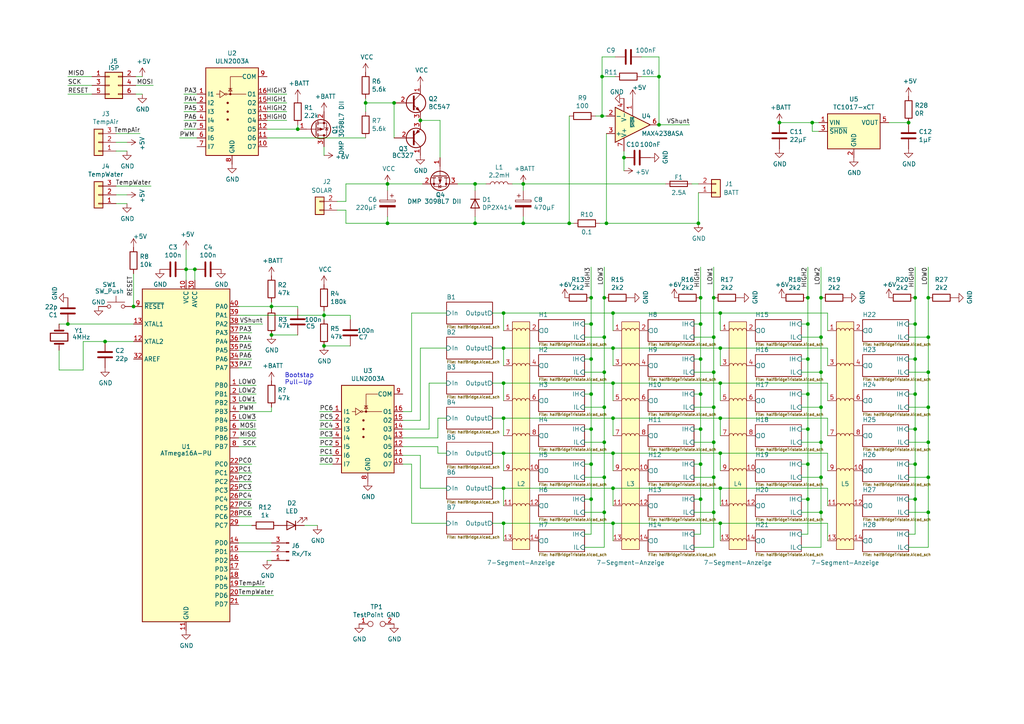
<source format=kicad_sch>
(kicad_sch (version 20211123) (generator eeschema)
  (paper "A4")
  (junction (at 238.125 148.59))
  (junction (at 203.2 93.98))
  (junction (at 265.43 124.46))
  (junction (at 177.8 131.445))
  (junction (at 203.2 114.3))
  (junction (at 238.125 86.36))
  (junction (at 208.915 111.125))
  (junction (at 208.915 131.445))
  (junction (at 171.45 124.46))
  (junction (at 208.915 121.285))
  (junction (at 269.24 148.59))
  (junction (at 203.2 86.36))
  (junction (at 175.26 97.79))
  (junction (at 269.24 118.11))
  (junction (at 114.3 29.845))
  (junction (at 265.43 86.36))
  (junction (at 151.765 64.77))
  (junction (at 93.98 100.33))
  (junction (at 265.43 114.3))
  (junction (at 171.45 144.78))
  (junction (at 175.26 128.27))
  (junction (at 146.05 121.285))
  (junction (at 238.125 118.11))
  (junction (at 202.565 64.77))
  (junction (at 175.26 86.36))
  (junction (at 30.48 99.06))
  (junction (at 146.05 131.445))
  (junction (at 238.125 138.43))
  (junction (at 226.06 35.56))
  (junction (at 238.125 97.79))
  (junction (at 177.8 111.125))
  (junction (at 207.01 138.43))
  (junction (at 177.8 90.805))
  (junction (at 174.625 22.225))
  (junction (at 177.8 151.765))
  (junction (at 234.315 93.98))
  (junction (at 203.2 124.46))
  (junction (at 175.26 148.59))
  (junction (at 203.2 104.14))
  (junction (at 269.24 86.36))
  (junction (at 151.765 53.34))
  (junction (at 207.01 97.79))
  (junction (at 19.685 93.98))
  (junction (at 234.315 114.3))
  (junction (at 269.24 138.43))
  (junction (at 234.315 104.14))
  (junction (at 269.24 107.95))
  (junction (at 56.515 78.105))
  (junction (at 137.795 64.77))
  (junction (at 265.43 104.14))
  (junction (at 177.8 121.285))
  (junction (at 137.795 53.34))
  (junction (at 146.05 90.805))
  (junction (at 78.74 88.9))
  (junction (at 106.045 29.845))
  (junction (at 234.315 144.78))
  (junction (at 180.975 45.72))
  (junction (at 112.395 64.77))
  (junction (at 234.315 124.46))
  (junction (at 175.26 138.43))
  (junction (at 238.125 128.27))
  (junction (at 208.915 141.605))
  (junction (at 121.92 34.925))
  (junction (at 191.135 22.225))
  (junction (at 207.01 107.95))
  (junction (at 207.01 118.11))
  (junction (at 175.895 64.77))
  (junction (at 78.74 97.155))
  (junction (at 263.525 35.56))
  (junction (at 146.05 111.125))
  (junction (at 146.05 151.765))
  (junction (at 171.45 104.14))
  (junction (at 234.315 86.36))
  (junction (at 207.01 86.36))
  (junction (at 208.915 151.765))
  (junction (at 208.915 90.805))
  (junction (at 171.45 86.36))
  (junction (at 177.8 141.605))
  (junction (at 208.915 100.965))
  (junction (at 175.26 118.11))
  (junction (at 207.01 148.59))
  (junction (at 174.625 33.655))
  (junction (at 86.36 37.465))
  (junction (at 171.45 114.3))
  (junction (at 191.135 36.195))
  (junction (at 265.43 93.98))
  (junction (at 203.2 134.62))
  (junction (at 265.43 134.62))
  (junction (at 53.975 78.105))
  (junction (at 171.45 134.62))
  (junction (at 171.45 93.98))
  (junction (at 38.735 88.9))
  (junction (at 234.315 134.62))
  (junction (at 269.24 128.27))
  (junction (at 238.125 107.95))
  (junction (at 207.01 128.27))
  (junction (at 175.26 107.95))
  (junction (at 269.24 97.79))
  (junction (at 235.585 35.56))
  (junction (at 177.8 100.965))
  (junction (at 93.98 91.44))
  (junction (at 112.395 53.34))
  (junction (at 146.05 141.605))
  (junction (at 146.05 100.965))
  (junction (at 265.43 144.78))
  (junction (at 203.2 144.78))
  (junction (at 165.1 64.77))
  (wire (pts (xy 142.875 141.605) (xy 146.05 141.605)))
  (wire (pts (xy 78.74 87.63) (xy 78.74 88.9)))
  (wire (pts (xy 269.24 158.75) (xy 269.24 148.59)))
  (wire (pts (xy 207.01 86.36) (xy 207.01 97.79)))
  (wire (pts (xy 203.2 134.62) (xy 203.2 124.46)))
  (wire (pts (xy 175.26 77.47) (xy 175.26 86.36)))
  (wire (pts (xy 73.025 104.14) (xy 69.215 104.14)))
  (wire (pts (xy 200.66 53.34) (xy 202.565 53.34)))
  (wire (pts (xy 69.215 129.54) (xy 74.295 129.54)))
  (wire (pts (xy 92.71 129.54) (xy 96.52 129.54)))
  (wire (pts (xy 169.545 107.95) (xy 175.26 107.95)))
  (wire (pts (xy 169.545 134.62) (xy 171.45 134.62)))
  (wire (pts (xy 238.125 138.43) (xy 238.125 128.27)))
  (wire (pts (xy 53.975 78.105) (xy 53.975 81.28)))
  (wire (pts (xy 174.625 33.655) (xy 175.895 33.655)))
  (wire (pts (xy 203.2 154.94) (xy 203.2 144.78)))
  (wire (pts (xy 93.98 45.085) (xy 93.98 42.545)))
  (wire (pts (xy 171.45 154.94) (xy 171.45 144.78)))
  (wire (pts (xy 207.01 138.43) (xy 207.01 128.27)))
  (wire (pts (xy 207.01 158.75) (xy 207.01 148.59)))
  (wire (pts (xy 263.525 97.79) (xy 269.24 97.79)))
  (wire (pts (xy 234.315 114.3) (xy 234.315 104.14)))
  (wire (pts (xy 33.655 43.815) (xy 36.83 43.815)))
  (wire (pts (xy 208.915 151.765) (xy 208.915 156.845)))
  (wire (pts (xy 24.13 107.315) (xy 17.145 107.315)))
  (wire (pts (xy 169.545 154.94) (xy 171.45 154.94)))
  (wire (pts (xy 269.24 148.59) (xy 269.24 138.43)))
  (wire (pts (xy 208.915 151.765) (xy 240.03 151.765)))
  (wire (pts (xy 142.875 100.965) (xy 146.05 100.965)))
  (wire (pts (xy 73.025 137.16) (xy 69.215 137.16)))
  (wire (pts (xy 265.43 144.78) (xy 265.43 134.62)))
  (wire (pts (xy 238.125 86.36) (xy 238.125 97.79)))
  (wire (pts (xy 240.03 141.605) (xy 240.03 146.685)))
  (wire (pts (xy 77.47 32.385) (xy 83.185 32.385)))
  (wire (pts (xy 116.84 129.54) (xy 127 129.54)))
  (wire (pts (xy 208.915 111.125) (xy 208.915 116.205)))
  (wire (pts (xy 234.315 77.47) (xy 234.315 86.36)))
  (wire (pts (xy 201.295 154.94) (xy 203.2 154.94)))
  (wire (pts (xy 207.01 148.59) (xy 207.01 138.43)))
  (wire (pts (xy 169.545 128.27) (xy 175.26 128.27)))
  (wire (pts (xy 232.41 138.43) (xy 238.125 138.43)))
  (wire (pts (xy 165.1 64.77) (xy 166.37 64.77)))
  (wire (pts (xy 238.125 148.59) (xy 238.125 138.43)))
  (wire (pts (xy 201.295 97.79) (xy 207.01 97.79)))
  (wire (pts (xy 263.525 107.95) (xy 269.24 107.95)))
  (wire (pts (xy 121.92 132.08) (xy 121.92 141.605)))
  (wire (pts (xy 83.185 29.845) (xy 77.47 29.845)))
  (wire (pts (xy 146.05 131.445) (xy 146.05 136.525)))
  (wire (pts (xy 53.34 32.385) (xy 57.15 32.385)))
  (wire (pts (xy 208.915 111.125) (xy 240.03 111.125)))
  (wire (pts (xy 177.8 141.605) (xy 208.915 141.605)))
  (wire (pts (xy 207.01 118.11) (xy 207.01 107.95)))
  (wire (pts (xy 263.525 114.3) (xy 265.43 114.3)))
  (wire (pts (xy 127 121.285) (xy 129.54 121.285)))
  (wire (pts (xy 265.43 124.46) (xy 265.43 114.3)))
  (wire (pts (xy 169.545 124.46) (xy 171.45 124.46)))
  (wire (pts (xy 121.92 121.92) (xy 121.92 100.965)))
  (wire (pts (xy 263.525 118.11) (xy 269.24 118.11)))
  (wire (pts (xy 74.295 121.92) (xy 69.215 121.92)))
  (wire (pts (xy 263.525 128.27) (xy 269.24 128.27)))
  (wire (pts (xy 238.125 77.47) (xy 238.125 86.36)))
  (wire (pts (xy 265.43 86.36) (xy 265.43 93.98)))
  (wire (pts (xy 265.43 77.47) (xy 265.43 86.36)))
  (wire (pts (xy 77.47 37.465) (xy 86.36 37.465)))
  (wire (pts (xy 171.45 77.47) (xy 171.45 86.36)))
  (wire (pts (xy 69.215 116.84) (xy 74.295 116.84)))
  (wire (pts (xy 116.84 134.62) (xy 119.38 134.62)))
  (wire (pts (xy 119.38 119.38) (xy 119.38 90.805)))
  (wire (pts (xy 41.275 27.305) (xy 39.37 27.305)))
  (wire (pts (xy 177.8 111.125) (xy 177.8 116.205)))
  (wire (pts (xy 151.765 53.34) (xy 193.04 53.34)))
  (wire (pts (xy 175.26 86.36) (xy 175.26 97.79)))
  (wire (pts (xy 208.915 90.805) (xy 208.915 95.885)))
  (wire (pts (xy 106.045 29.845) (xy 106.045 32.385)))
  (wire (pts (xy 86.36 89.535) (xy 86.36 88.9)))
  (wire (pts (xy 201.295 118.11) (xy 207.01 118.11)))
  (wire (pts (xy 177.8 141.605) (xy 177.8 146.685)))
  (wire (pts (xy 53.34 37.465) (xy 57.15 37.465)))
  (wire (pts (xy 86.36 88.9) (xy 78.74 88.9)))
  (wire (pts (xy 202.565 64.77) (xy 202.565 55.88)))
  (wire (pts (xy 232.41 93.98) (xy 234.315 93.98)))
  (wire (pts (xy 269.24 138.43) (xy 269.24 128.27)))
  (wire (pts (xy 171.45 144.78) (xy 171.45 134.62)))
  (wire (pts (xy 101.6 91.44) (xy 93.98 91.44)))
  (wire (pts (xy 56.515 81.28) (xy 56.515 78.105)))
  (wire (pts (xy 174.625 22.225) (xy 174.625 16.51)))
  (wire (pts (xy 112.395 64.77) (xy 137.795 64.77)))
  (wire (pts (xy 177.8 90.805) (xy 208.915 90.805)))
  (wire (pts (xy 232.41 154.94) (xy 234.315 154.94)))
  (wire (pts (xy 142.875 151.765) (xy 146.05 151.765)))
  (wire (pts (xy 116.84 121.92) (xy 121.92 121.92)))
  (wire (pts (xy 93.98 92.71) (xy 93.98 91.44)))
  (wire (pts (xy 186.055 16.51) (xy 191.135 16.51)))
  (wire (pts (xy 232.41 114.3) (xy 234.315 114.3)))
  (wire (pts (xy 171.45 134.62) (xy 171.45 124.46)))
  (wire (pts (xy 137.795 64.77) (xy 151.765 64.77)))
  (wire (pts (xy 238.125 128.27) (xy 238.125 118.11)))
  (wire (pts (xy 151.765 55.245) (xy 151.765 53.34)))
  (wire (pts (xy 33.655 59.055) (xy 36.83 59.055)))
  (wire (pts (xy 171.45 114.3) (xy 171.45 104.14)))
  (wire (pts (xy 69.215 134.62) (xy 73.025 134.62)))
  (wire (pts (xy 100.33 60.96) (xy 100.33 64.77)))
  (wire (pts (xy 177.8 151.765) (xy 177.8 156.845)))
  (wire (pts (xy 201.295 104.14) (xy 203.2 104.14)))
  (wire (pts (xy 201.295 124.46) (xy 203.2 124.46)))
  (wire (pts (xy 234.315 134.62) (xy 234.315 124.46)))
  (wire (pts (xy 234.315 124.46) (xy 234.315 114.3)))
  (wire (pts (xy 269.24 77.47) (xy 269.24 86.36)))
  (wire (pts (xy 169.545 148.59) (xy 175.26 148.59)))
  (wire (pts (xy 265.43 114.3) (xy 265.43 104.14)))
  (wire (pts (xy 234.315 144.78) (xy 234.315 134.62)))
  (wire (pts (xy 208.915 90.805) (xy 240.03 90.805)))
  (wire (pts (xy 121.92 141.605) (xy 129.54 141.605)))
  (wire (pts (xy 151.765 64.77) (xy 165.1 64.77)))
  (wire (pts (xy 92.71 127) (xy 96.52 127)))
  (wire (pts (xy 97.79 58.42) (xy 100.33 58.42)))
  (wire (pts (xy 263.525 124.46) (xy 265.43 124.46)))
  (wire (pts (xy 92.71 119.38) (xy 96.52 119.38)))
  (wire (pts (xy 24.13 99.06) (xy 24.13 107.315)))
  (wire (pts (xy 175.26 158.75) (xy 175.26 148.59)))
  (wire (pts (xy 100.33 64.77) (xy 112.395 64.77)))
  (wire (pts (xy 177.8 121.285) (xy 177.8 126.365)))
  (wire (pts (xy 180.975 43.815) (xy 180.975 45.72)))
  (wire (pts (xy 146.05 121.285) (xy 146.05 126.365)))
  (wire (pts (xy 53.34 27.305) (xy 57.15 27.305)))
  (wire (pts (xy 88.265 152.4) (xy 92.075 152.4)))
  (wire (pts (xy 76.2 93.98) (xy 69.215 93.98)))
  (wire (pts (xy 33.655 38.735) (xy 40.64 38.735)))
  (wire (pts (xy 132.715 53.34) (xy 137.795 53.34)))
  (wire (pts (xy 172.72 33.655) (xy 174.625 33.655)))
  (wire (pts (xy 146.05 131.445) (xy 177.8 131.445)))
  (wire (pts (xy 175.895 64.77) (xy 202.565 64.77)))
  (wire (pts (xy 146.05 151.765) (xy 146.05 156.845)))
  (wire (pts (xy 191.135 22.225) (xy 191.135 36.195)))
  (wire (pts (xy 116.84 119.38) (xy 119.38 119.38)))
  (wire (pts (xy 177.8 100.965) (xy 177.8 106.045)))
  (wire (pts (xy 240.03 100.965) (xy 240.03 106.045)))
  (wire (pts (xy 174.625 22.225) (xy 178.435 22.225)))
  (wire (pts (xy 263.525 158.75) (xy 269.24 158.75)))
  (wire (pts (xy 146.05 141.605) (xy 146.05 146.685)))
  (wire (pts (xy 177.8 131.445) (xy 208.915 131.445)))
  (wire (pts (xy 263.525 134.62) (xy 265.43 134.62)))
  (wire (pts (xy 269.24 86.36) (xy 269.24 97.79)))
  (wire (pts (xy 269.24 107.95) (xy 269.24 97.79)))
  (wire (pts (xy 263.525 138.43) (xy 269.24 138.43)))
  (wire (pts (xy 41.275 22.225) (xy 39.37 22.225)))
  (wire (pts (xy 191.135 16.51) (xy 191.135 22.225)))
  (wire (pts (xy 208.915 141.605) (xy 240.03 141.605)))
  (wire (pts (xy 203.2 114.3) (xy 203.2 104.14)))
  (wire (pts (xy 232.41 104.14) (xy 234.315 104.14)))
  (wire (pts (xy 238.125 158.75) (xy 238.125 148.59)))
  (wire (pts (xy 30.48 99.06) (xy 24.13 99.06)))
  (wire (pts (xy 17.145 93.98) (xy 19.685 93.98)))
  (wire (pts (xy 73.025 96.52) (xy 69.215 96.52)))
  (wire (pts (xy 77.47 34.925) (xy 83.185 34.925)))
  (wire (pts (xy 208.915 100.965) (xy 208.915 106.045)))
  (wire (pts (xy 38.735 99.06) (xy 30.48 99.06)))
  (wire (pts (xy 78.74 118.11) (xy 78.74 119.38)))
  (wire (pts (xy 106.045 28.575) (xy 106.045 29.845)))
  (wire (pts (xy 146.05 100.965) (xy 146.05 106.045)))
  (wire (pts (xy 146.05 141.605) (xy 177.8 141.605)))
  (wire (pts (xy 240.03 131.445) (xy 240.03 136.525)))
  (wire (pts (xy 263.525 104.14) (xy 265.43 104.14)))
  (wire (pts (xy 177.8 111.125) (xy 208.915 111.125)))
  (wire (pts (xy 177.8 100.965) (xy 208.915 100.965)))
  (wire (pts (xy 232.41 158.75) (xy 238.125 158.75)))
  (wire (pts (xy 92.71 132.08) (xy 96.52 132.08)))
  (wire (pts (xy 100.33 58.42) (xy 100.33 53.34)))
  (wire (pts (xy 265.43 134.62) (xy 265.43 124.46)))
  (wire (pts (xy 174.625 16.51) (xy 178.435 16.51)))
  (wire (pts (xy 116.84 127) (xy 127 127)))
  (wire (pts (xy 86.36 97.155) (xy 78.74 97.155)))
  (wire (pts (xy 137.795 53.34) (xy 140.97 53.34)))
  (wire (pts (xy 112.395 64.77) (xy 112.395 62.865)))
  (wire (pts (xy 146.05 111.125) (xy 177.8 111.125)))
  (wire (pts (xy 39.37 24.765) (xy 44.45 24.765)))
  (wire (pts (xy 201.295 114.3) (xy 203.2 114.3)))
  (wire (pts (xy 232.41 148.59) (xy 238.125 148.59)))
  (wire (pts (xy 78.74 89.535) (xy 78.74 88.9)))
  (wire (pts (xy 269.24 128.27) (xy 269.24 118.11)))
  (wire (pts (xy 83.185 27.305) (xy 77.47 27.305)))
  (wire (pts (xy 237.49 38.1) (xy 235.585 38.1)))
  (wire (pts (xy 69.215 124.46) (xy 74.295 124.46)))
  (wire (pts (xy 226.06 35.56) (xy 235.585 35.56)))
  (wire (pts (xy 169.545 114.3) (xy 171.45 114.3)))
  (wire (pts (xy 235.585 38.1) (xy 235.585 35.56)))
  (wire (pts (xy 232.41 128.27) (xy 238.125 128.27)))
  (wire (pts (xy 73.025 106.68) (xy 69.215 106.68)))
  (wire (pts (xy 112.395 53.34) (xy 122.555 53.34)))
  (wire (pts (xy 69.215 157.48) (xy 78.74 157.48)))
  (wire (pts (xy 69.215 139.7) (xy 73.025 139.7)))
  (wire (pts (xy 263.525 144.78) (xy 265.43 144.78)))
  (wire (pts (xy 203.2 144.78) (xy 203.2 134.62)))
  (wire (pts (xy 265.43 104.14) (xy 265.43 93.98)))
  (wire (pts (xy 142.875 111.125) (xy 146.05 111.125)))
  (wire (pts (xy 201.295 138.43) (xy 207.01 138.43)))
  (wire (pts (xy 100.33 53.34) (xy 112.395 53.34)))
  (wire (pts (xy 36.83 56.515) (xy 33.655 56.515)))
  (wire (pts (xy 201.295 107.95) (xy 207.01 107.95)))
  (wire (pts (xy 137.795 64.77) (xy 137.795 62.865)))
  (wire (pts (xy 207.01 77.47) (xy 207.01 86.36)))
  (wire (pts (xy 200.025 36.195) (xy 191.135 36.195)))
  (wire (pts (xy 78.74 160.02) (xy 69.215 160.02)))
  (wire (pts (xy 180.975 45.72) (xy 180.975 49.53)))
  (wire (pts (xy 171.45 86.36) (xy 171.45 93.98)))
  (wire (pts (xy 127 129.54) (xy 127 131.445)))
  (wire (pts (xy 175.26 118.11) (xy 175.26 107.95)))
  (wire (pts (xy 175.26 148.59) (xy 175.26 138.43)))
  (wire (pts (xy 93.98 100.33) (xy 101.6 100.33)))
  (wire (pts (xy 146.05 111.125) (xy 146.05 116.205)))
  (wire (pts (xy 201.295 158.75) (xy 207.01 158.75)))
  (wire (pts (xy 201.295 128.27) (xy 207.01 128.27)))
  (wire (pts (xy 207.01 107.95) (xy 207.01 97.79)))
  (wire (pts (xy 169.545 158.75) (xy 175.26 158.75)))
  (wire (pts (xy 175.26 107.95) (xy 175.26 97.79)))
  (wire (pts (xy 169.545 144.78) (xy 171.45 144.78)))
  (wire (pts (xy 101.6 92.71) (xy 101.6 91.44)))
  (wire (pts (xy 177.8 151.765) (xy 208.915 151.765)))
  (wire (pts (xy 207.01 128.27) (xy 207.01 118.11)))
  (wire (pts (xy 19.685 27.305) (xy 26.67 27.305)))
  (wire (pts (xy 151.765 62.865) (xy 151.765 64.77)))
  (wire (pts (xy 19.685 93.98) (xy 38.735 93.98)))
  (wire (pts (xy 52.07 40.005) (xy 57.15 40.005)))
  (wire (pts (xy 186.055 22.225) (xy 191.135 22.225)))
  (wire (pts (xy 73.025 147.32) (xy 69.215 147.32)))
  (wire (pts (xy 175.26 128.27) (xy 175.26 118.11)))
  (wire (pts (xy 56.515 78.105) (xy 53.975 78.105)))
  (wire (pts (xy 169.545 138.43) (xy 175.26 138.43)))
  (wire (pts (xy 238.125 107.95) (xy 238.125 97.79)))
  (wire (pts (xy 240.03 121.285) (xy 240.03 126.365)))
  (wire (pts (xy 171.45 104.14) (xy 171.45 93.98)))
  (wire (pts (xy 177.8 131.445) (xy 177.8 136.525)))
  (wire (pts (xy 38.735 79.375) (xy 38.735 88.9)))
  (wire (pts (xy 148.59 53.34) (xy 151.765 53.34)))
  (wire (pts (xy 201.295 134.62) (xy 203.2 134.62)))
  (wire (pts (xy 119.38 90.805) (xy 129.54 90.805)))
  (wire (pts (xy 137.795 55.245) (xy 137.795 53.34)))
  (wire (pts (xy 232.41 118.11) (xy 238.125 118.11)))
  (wire (pts (xy 177.8 121.285) (xy 208.915 121.285)))
  (wire (pts (xy 76.835 170.18) (xy 69.215 170.18)))
  (wire (pts (xy 119.38 151.765) (xy 129.54 151.765)))
  (wire (pts (xy 146.05 100.965) (xy 177.8 100.965)))
  (wire (pts (xy 173.99 64.77) (xy 175.895 64.77)))
  (wire (pts (xy 114.3 29.845) (xy 106.045 29.845)))
  (wire (pts (xy 69.215 127) (xy 74.295 127)))
  (wire (pts (xy 165.1 33.655) (xy 165.1 64.77)))
  (wire (pts (xy 78.74 162.56) (xy 77.47 162.56)))
  (wire (pts (xy 232.41 97.79) (xy 238.125 97.79)))
  (wire (pts (xy 73.025 101.6) (xy 69.215 101.6)))
  (wire (pts (xy 169.545 118.11) (xy 175.26 118.11)))
  (wire (pts (xy 146.05 121.285) (xy 177.8 121.285)))
  (wire (pts (xy 203.2 124.46) (xy 203.2 114.3)))
  (wire (pts (xy 127 131.445) (xy 129.54 131.445)))
  (wire (pts (xy 74.295 111.76) (xy 69.215 111.76)))
  (wire (pts (xy 73.025 142.24) (xy 69.215 142.24)))
  (wire (pts (xy 121.92 100.965) (xy 129.54 100.965)))
  (wire (pts (xy 142.875 131.445) (xy 146.05 131.445)))
  (wire (pts (xy 53.34 34.925) (xy 57.15 34.925)))
  (wire (pts (xy 106.045 40.005) (xy 77.47 40.005)))
  (wire (pts (xy 234.315 104.14) (xy 234.315 93.98)))
  (wire (pts (xy 92.71 124.46) (xy 96.52 124.46)))
  (wire (pts (xy 69.215 114.3) (xy 74.295 114.3)))
  (wire (pts (xy 124.46 124.46) (xy 124.46 111.125)))
  (wire (pts (xy 116.84 124.46) (xy 124.46 124.46)))
  (wire (pts (xy 174.625 33.655) (xy 174.625 22.225)))
  (wire (pts (xy 232.41 144.78) (xy 234.315 144.78)))
  (wire (pts (xy 240.03 111.125) (xy 240.03 116.205)))
  (wire (pts (xy 177.8 90.805) (xy 177.8 95.885)))
  (wire (pts (xy 119.38 134.62) (xy 119.38 151.765)))
  (wire (pts (xy 86.36 36.195) (xy 86.36 37.465)))
  (wire (pts (xy 257.81 35.56) (xy 263.525 35.56)))
  (wire (pts (xy 69.215 172.72) (xy 79.375 172.72)))
  (wire (pts (xy 232.41 107.95) (xy 238.125 107.95)))
  (wire (pts (xy 201.295 93.98) (xy 203.2 93.98)))
  (wire (pts (xy 19.685 24.765) (xy 26.67 24.765)))
  (wire (pts (xy 265.43 154.94) (xy 265.43 144.78)))
  (wire (pts (xy 124.46 111.125) (xy 129.54 111.125)))
  (wire (pts (xy 33.655 53.975) (xy 43.815 53.975)))
  (wire (pts (xy 201.295 148.59) (xy 207.01 148.59)))
  (wire (pts (xy 69.215 149.86) (xy 73.025 149.86)))
  (wire (pts (xy 169.545 93.98) (xy 171.45 93.98)))
  (wire (pts (xy 146.05 151.765) (xy 177.8 151.765)))
  (wire (pts (xy 232.41 134.62) (xy 234.315 134.62)))
  (wire (pts (xy 208.915 141.605) (xy 208.915 146.685)))
  (wire (pts (xy 240.03 90.805) (xy 240.03 95.885)))
  (wire (pts (xy 127.635 34.925) (xy 121.92 34.925)))
  (wire (pts (xy 112.395 55.245) (xy 112.395 53.34)))
  (wire (pts (xy 235.585 35.56) (xy 237.49 35.56)))
  (wire (pts (xy 263.525 154.94) (xy 265.43 154.94)))
  (wire (pts (xy 208.915 121.285) (xy 208.915 126.365)))
  (wire (pts (xy 127 127) (xy 127 121.285)))
  (wire (pts (xy 171.45 124.46) (xy 171.45 114.3)))
  (wire (pts (xy 93.98 91.44) (xy 93.98 90.17)))
  (wire (pts (xy 238.125 118.11) (xy 238.125 107.95)))
  (wire (pts (xy 92.71 134.62) (xy 96.52 134.62)))
  (wire (pts (xy 263.525 148.59) (xy 269.24 148.59)))
  (wire (pts (xy 17.145 107.315) (xy 17.145 101.6)))
  (wire (pts (xy 69.215 91.44) (xy 93.98 91.44)))
  (wire (pts (xy 69.215 88.9) (xy 78.74 88.9)))
  (wire (pts (xy 175.895 38.735) (xy 175.895 64.77)))
  (wire (pts (xy 203.2 86.36) (xy 203.2 93.98)))
  (wire (pts (xy 234.315 154.94) (xy 234.315 144.78)))
  (wire (pts (xy 169.545 104.14) (xy 171.45 104.14)))
  (wire (pts (xy 240.03 151.765) (xy 240.03 156.845)))
  (wire (pts (xy 234.315 86.36) (xy 234.315 93.98)))
  (wire (pts (xy 53.975 78.105) (xy 53.975 72.39)))
  (wire (pts (xy 201.295 144.78) (xy 203.2 144.78)))
  (wire (pts (xy 114.3 40.005) (xy 114.3 29.845)))
  (wire (pts (xy 203.2 77.47) (xy 203.2 86.36)))
  (wire (pts (xy 169.545 97.79) (xy 175.26 97.79)))
  (wire (pts (xy 142.875 90.805) (xy 146.05 90.805)))
  (wire (pts (xy 142.875 121.285) (xy 146.05 121.285)))
  (wire (pts (xy 175.26 138.43) (xy 175.26 128.27)))
  (wire (pts (xy 208.915 131.445) (xy 208.915 136.525)))
  (wire (pts (xy 69.215 152.4) (xy 73.025 152.4)))
  (wire (pts (xy 146.05 90.805) (xy 146.05 95.885)))
  (wire (pts (xy 92.71 121.92) (xy 96.52 121.92)))
  (wire (pts (xy 73.025 99.06) (xy 69.215 99.06)))
  (wire (pts (xy 19.685 22.225) (xy 26.67 22.225)))
  (wire (pts (xy 203.2 104.14) (xy 203.2 93.98)))
  (wire (pts (xy 208.915 100.965) (xy 240.03 100.965)))
  (wire (pts (xy 208.915 131.445) (xy 240.03 131.445)))
  (wire (pts (xy 146.05 90.805) (xy 177.8 90.805)))
  (wire (pts (xy 53.34 29.845) (xy 57.15 29.845)))
  (wire (pts (xy 36.83 41.275) (xy 33.655 41.275)))
  (wire (pts (xy 127.635 45.72) (xy 127.635 34.925)))
  (wire (pts (xy 269.24 118.11) (xy 269.24 107.95)))
  (wire (pts (xy 69.215 144.78) (xy 73.025 144.78)))
  (wire (pts (xy 263.525 93.98) (xy 265.43 93.98)))
  (wire (pts (xy 69.215 119.38) (xy 78.74 119.38)))
  (wire (pts (xy 116.84 132.08) (xy 121.92 132.08)))
  (wire (pts (xy 232.41 124.46) (xy 234.315 124.46)))
  (wire (pts (xy 208.915 121.285) (xy 240.03 121.285)))
  (wire (pts (xy 97.79 60.96) (xy 100.33 60.96)))
  (text "Bootstap\nPull-Up" (at 82.55 111.76 0) (effects (font (size 1.27 1.27)) (justify left bottom)))
  (label "PC4" (at 92.71 124.46 0))
  (label "PA4" (at 73.025 99.06 180))
  (label "LOW1" (at 74.295 116.84 180))
  (label "MOSI" (at 74.295 124.46 180))
  (label "TempAir" (at 40.64 38.735 180))
  (label "RESET" (at 19.685 27.305 0))
  (label "PC2" (at 92.71 129.54 0))
  (label "PC1" (at 73.025 137.16 180))
  (label "PA7" (at 73.025 106.68 180))
  (label "PA5" (at 73.025 101.6 180))
  (label "SCK" (at 74.295 129.54 180))
  (label "PC2" (at 73.025 139.7 180))
  (label "HIGH1" (at 203.2 77.47 270))
  (label "LOW0" (at 269.24 77.47 270))
  (label "MISO" (at 19.685 22.225 0))
  (label "VShunt" (at 76.2 93.98 180))
  (label "PC6" (at 92.71 119.38 0))
  (label "SCK" (at 19.685 24.765 0))
  (label "TempWater" (at 43.815 53.975 180))
  (label "HIGH2" (at 83.185 32.385 180))
  (label "LOW3" (at 74.295 121.92 180))
  (label "PA7" (at 53.34 37.465 0))
  (label "PA5" (at 53.34 32.385 0))
  (label "PC1" (at 92.71 132.08 0))
  (label "PC6" (at 73.025 149.86 180))
  (label "LOW1" (at 207.01 77.47 270))
  (label "TempAir" (at 76.835 170.18 180))
  (label "HIGH0" (at 265.43 77.47 270))
  (label "MOSI" (at 44.45 24.765 180))
  (label "LOW2" (at 238.125 77.47 270))
  (label "MISO" (at 74.295 127 180))
  (label "PA4" (at 53.34 29.845 0))
  (label "HIGH1" (at 83.185 29.845 180))
  (label "PWM" (at 73.66 119.38 180))
  (label "PC4" (at 73.025 144.78 180))
  (label "RESET" (at 38.735 80.01 270))
  (label "PA6" (at 73.025 104.14 180))
  (label "PC0" (at 73.025 134.62 180))
  (label "VShunt" (at 200.025 36.195 180))
  (label "HIGH3" (at 171.45 77.47 270))
  (label "PC5" (at 92.71 121.92 0))
  (label "LOW0" (at 74.295 111.76 180))
  (label "PC3" (at 92.71 127 0))
  (label "PA6" (at 53.34 34.925 0))
  (label "HIGH3" (at 83.185 27.305 180))
  (label "PA3" (at 73.025 96.52 180))
  (label "LOW3" (at 175.26 77.47 270))
  (label "HIGH2" (at 234.315 77.47 270))
  (label "PC3" (at 73.025 142.24 180))
  (label "PC5" (at 73.025 147.32 180))
  (label "HIGH0" (at 83.185 34.925 180))
  (label "TempWater" (at 79.375 172.72 180))
  (label "PC0" (at 92.71 134.62 0))
  (label "PA3" (at 53.34 27.305 0))
  (label "LOW2" (at 74.295 114.3 180))
  (label "PWM" (at 52.07 40.005 0))
  (symbol (lib_id "kneipp-thermometer-rescue:ATmega16A-PU-MCU_Microchip_ATmega") (at 53.975 132.08 0) (unit 1)
    (property "Reference" "U1" (at 53.975 129.54 0))
    (property "Value" "ATmega16A-PU" (at 53.975 131.445 0))
    (property "Footprint" "Package_DIP:DIP-40_W15.24mm" (effects hide))
    (property "Datasheet" "http://ww1.microchip.com/downloads/en/DeviceDoc/Atmel-8154-8-bit-AVR-ATmega16A_Datasheet.pdf" (effects hide))
  )
  (symbol (lib_id "7-Segment-Anzeige:7-Segment-Anzeige") (at 151.13 126.365 270) (unit 1)
    (property "Reference" "L2" (at 151.13 140.335 90))
    (property "Value" "7-Segment-Anzeige" (at 151.13 163.195 90))
    (property "Footprint" "7-Segment-Anzeige:7-Segment-Anzeige" (effects hide))
  )
  (symbol (lib_id "Device:R") (at 93.98 96.52 0) (unit 1)
    (property "Reference" "R5" (at 95.758 95.3516 0) (effects (justify left)))
    (property "Value" "47k" (at 95.758 97.663 0) (effects (justify left)))
    (property "Footprint" "Resistor_SMD:R_0805_2012Metric" (effects hide))
  )
  (symbol (lib_id "Device:R") (at 93.98 86.36 0) (unit 1)
    (property "Reference" "R4" (at 95.758 85.1916 0) (effects (justify left)))
    (property "Value" "180k" (at 95.758 87.503 0) (effects (justify left)))
    (property "Footprint" "Resistor_SMD:R_1206_3216Metric_Pad1.42x1.75mm_HandSolder" (effects hide))
  )
  (symbol (lib_id "power:VCC") (at 93.98 82.55 0) (unit 1)
    (property "Reference" "#PWR0109" (effects hide))
    (property "Value" "VCC" (at 94.361 78.1558 0))
  )
  (symbol (lib_id "power:GND") (at 93.98 100.33 0) (unit 1)
    (property "Reference" "#PWR0110" (effects hide))
    (property "Value" "GND" (at 94.107 104.7242 0))
  )
  (symbol (lib_id "power:GND") (at 106.68 139.7 0) (unit 1)
    (property "Reference" "#PWR0111" (effects hide))
    (property "Value" "GND" (at 106.807 144.0942 0))
  )
  (symbol (lib_id "Transistor_Array:ULN2003A") (at 106.68 124.46 0) (unit 1)
    (property "Reference" "U3" (at 106.68 107.5182 0))
    (property "Value" "ULN2003A" (at 106.68 109.8296 0))
    (property "Footprint" "Package_DIP:DIP-16_W7.62mm_LongPads" (effects hide))
    (property "Datasheet" "http://www.ti.com/lit/ds/symlink/uln2003a.pdf" (effects hide))
  )
  (symbol (lib_id "Device:Q_PMOS_GSD") (at 91.44 37.465 0) (mirror x) (unit 1)
    (property "Reference" "Q1" (at 97.155 36.195 90) (effects (justify left)))
    (property "Value" "DMP 3098L7 DII" (at 99.06 29.21 90) (effects (justify left)))
    (property "Footprint" "Package_TO_SOT_SMD:SOT-23_Handsoldering" (effects hide))
  )
  (symbol (lib_id "power:+BATT") (at 93.98 32.385 0) (unit 1)
    (property "Reference" "#PWR0128" (effects hide))
    (property "Value" "+BATT" (at 94.361 27.9908 0))
  )
  (symbol (lib_id "power:+6V") (at 93.98 45.085 270) (unit 1)
    (property "Reference" "#PWR0126" (effects hide))
    (property "Value" "+6V" (at 97.2312 45.466 90) (effects (justify left)))
  )
  (symbol (lib_id "Device:L") (at 144.78 53.34 90) (unit 1)
    (property "Reference" "L1" (at 144.78 48.514 90))
    (property "Value" "2.2mH" (at 144.78 50.8254 90))
    (property "Footprint" "Inductor_THT:L_Radial_D24.4mm_P23.40mm_muRATA_1400series" (effects hide))
  )
  (symbol (lib_id "Device:D") (at 137.795 59.055 270) (unit 1)
    (property "Reference" "D1" (at 139.827 57.8866 90) (effects (justify left)))
    (property "Value" "DP2X414" (at 139.827 60.198 90) (effects (justify left)))
    (property "Footprint" "Diode_SMD:D_SMF" (effects hide))
  )
  (symbol (lib_id "Transistor_Array:ULN2003A") (at 67.31 32.385 0) (unit 1)
    (property "Reference" "U2" (at 67.31 15.4432 0))
    (property "Value" "ULN2003A" (at 67.31 17.7546 0))
    (property "Footprint" "Package_DIP:DIP-16_W7.62mm_LongPads" (effects hide))
    (property "Datasheet" "http://www.ti.com/lit/ds/symlink/uln2003a.pdf" (effects hide))
  )
  (symbol (lib_id "Device:R") (at 86.36 32.385 0) (unit 1)
    (property "Reference" "R1" (at 88.138 31.2166 0) (effects (justify left)))
    (property "Value" "2.2k" (at 88.138 33.528 0) (effects (justify left)))
    (property "Footprint" "Resistor_SMD:R_1206_3216Metric_Pad1.42x1.75mm_HandSolder" (effects hide))
  )
  (symbol (lib_id "power:+BATT") (at 86.36 28.575 0) (unit 1)
    (property "Reference" "#PWR0127" (effects hide))
    (property "Value" "+BATT" (at 86.741 24.1808 0))
  )
  (symbol (lib_id "Device:C") (at 60.325 78.105 270) (unit 1)
    (property "Reference" "C4" (at 60.325 71.7042 90))
    (property "Value" "100n" (at 60.325 74.0156 90))
    (property "Footprint" "Capacitor_SMD:C_1206_3216Metric_Pad1.42x1.75mm_HandSolder" (effects hide))
  )
  (symbol (lib_id "Device:C") (at 50.165 78.105 270) (unit 1)
    (property "Reference" "C3" (at 50.165 71.7042 90))
    (property "Value" "100n" (at 50.165 74.0156 90))
    (property "Footprint" "Capacitor_SMD:C_1206_3216Metric_Pad1.42x1.75mm_HandSolder" (effects hide))
  )
  (symbol (lib_id "Device:Q_PMOS_GSD") (at 127.635 50.8 270) (unit 1)
    (property "Reference" "Q4" (at 126.365 56.515 90) (effects (justify left)))
    (property "Value" "DMP 3098L7 DII" (at 118.11 58.42 90) (effects (justify left)))
    (property "Footprint" "Package_TO_SOT_SMD:SOT-23_Handsoldering" (effects hide))
  )
  (symbol (lib_id "Connector_Generic:Conn_02x03_Odd_Even") (at 31.75 24.765 0) (unit 1)
    (property "Reference" "J5" (at 33.02 17.78 0))
    (property "Value" "ISP" (at 33.02 19.685 0))
    (property "Footprint" "Connector_IDC:IDC-Header_2x03_P2.54mm_Vertical" (effects hide))
  )
  (symbol (lib_id "power:GND") (at 202.565 64.77 0) (unit 1)
    (property "Reference" "#PWR0115" (effects hide))
    (property "Value" "GND" (at 202.692 69.1642 0))
  )
  (symbol (lib_id "power:+BATT") (at 151.765 53.34 0) (unit 1)
    (property "Reference" "#PWR0116" (effects hide))
    (property "Value" "+BATT" (at 152.146 48.9458 0))
  )
  (symbol (lib_id "power:GND") (at 53.975 182.88 0) (unit 1)
    (property "Reference" "#PWR0101" (effects hide))
    (property "Value" "GND" (at 54.102 187.2742 0))
  )
  (symbol (lib_id "power:GND") (at 41.275 27.305 0) (unit 1)
    (property "Reference" "#PWR0102" (effects hide))
    (property "Value" "GND" (at 41.402 31.6992 0))
  )
  (symbol (lib_id "power:+5V") (at 41.275 22.225 0) (unit 1)
    (property "Reference" "#PWR0103" (effects hide))
    (property "Value" "+5V" (at 41.656 17.8308 0))
  )
  (symbol (lib_id "power:GND") (at 46.355 78.105 0) (unit 1)
    (property "Reference" "#PWR0113" (effects hide))
    (property "Value" "GND" (at 46.482 82.4992 0))
  )
  (symbol (lib_id "power:GND") (at 64.135 78.105 0) (unit 1)
    (property "Reference" "#PWR0114" (effects hide))
    (property "Value" "GND" (at 64.262 82.4992 0))
  )
  (symbol (lib_id "power:VCC") (at 112.395 53.34 0) (unit 1)
    (property "Reference" "#PWR0117" (effects hide))
    (property "Value" "VCC" (at 112.776 48.9458 0))
  )
  (symbol (lib_id "Device:Crystal") (at 17.145 97.79 90) (unit 1)
    (property "Reference" "Y1" (at 21.59 95.885 90) (effects (justify right)))
    (property "Value" "4MHz" (at 20.955 97.79 90) (effects (justify right)))
    (property "Footprint" "Crystal:Crystal_HC18-U_Vertical" (effects hide))
  )
  (symbol (lib_id "Device:C") (at 19.685 90.17 180) (unit 1)
    (property "Reference" "C1" (at 16.764 91.3384 0) (effects (justify left)))
    (property "Value" "22p" (at 16.764 89.027 0) (effects (justify left)))
    (property "Footprint" "Capacitor_SMD:C_1206_3216Metric_Pad1.42x1.75mm_HandSolder" (effects hide))
  )
  (symbol (lib_id "Device:C") (at 30.48 102.87 0) (unit 1)
    (property "Reference" "C2" (at 33.401 101.7016 0) (effects (justify left)))
    (property "Value" "22p" (at 33.401 104.013 0) (effects (justify left)))
    (property "Footprint" "Capacitor_SMD:C_1206_3216Metric_Pad1.42x1.75mm_HandSolder" (effects hide))
  )
  (symbol (lib_id "power:GND") (at 19.685 86.36 270) (unit 1)
    (property "Reference" "#PWR0104" (effects hide))
    (property "Value" "GND" (at 15.875 85.09 0))
  )
  (symbol (lib_id "power:GND") (at 30.48 106.68 0) (unit 1)
    (property "Reference" "#PWR0105" (effects hide))
    (property "Value" "GND" (at 30.607 111.0742 0))
  )
  (symbol (lib_id "Connector:Conn_01x03_Male") (at 83.82 160.02 180) (unit 1)
    (property "Reference" "J6" (at 84.5312 158.2928 0) (effects (justify right)))
    (property "Value" "Rx/Tx" (at 84.5312 160.6042 0) (effects (justify right)))
    (property "Footprint" "Connector_Molex:Molex_KK-254_AE-6410-03A_1x03_P2.54mm_Vertical" (effects hide))
  )
  (symbol (lib_id "power:GND") (at 77.47 162.56 0) (unit 1)
    (property "Reference" "#PWR0106" (effects hide))
    (property "Value" "GND" (at 77.597 166.9542 0))
  )
  (symbol (lib_id "Device:C") (at 86.36 93.345 180) (unit 1)
    (property "Reference" "C5" (at 91.44 94.615 0) (effects (justify left)))
    (property "Value" "100n" (at 93.345 92.71 0) (effects (justify left)))
    (property "Footprint" "Capacitor_SMD:C_1206_3216Metric_Pad1.42x1.75mm_HandSolder" (effects hide))
  )
  (symbol (lib_id "Device:C") (at 101.6 96.52 180) (unit 1)
    (property "Reference" "C7" (at 106.68 97.79 0) (effects (justify left)))
    (property "Value" "100n" (at 108.585 95.885 0) (effects (justify left)))
    (property "Footprint" "Capacitor_SMD:C_1206_3216Metric_Pad1.42x1.75mm_HandSolder" (effects hide))
  )
  (symbol (lib_id "power:+BATT") (at 78.74 80.01 0) (unit 1)
    (property "Reference" "#PWR0107" (effects hide))
    (property "Value" "+BATT" (at 79.121 75.6158 0))
  )
  (symbol (lib_id "Device:R") (at 170.18 64.77 270) (unit 1)
    (property "Reference" "R10" (at 170.18 62.23 90))
    (property "Value" "0.1" (at 170.18 67.31 90))
    (property "Footprint" "Resistor_SMD:R_1206_3216Metric_Pad1.42x1.75mm_HandSolder" (effects hide))
  )
  (symbol (lib_id "Device:R") (at 78.74 83.82 0) (unit 1)
    (property "Reference" "R2" (at 80.518 82.6516 0) (effects (justify left)))
    (property "Value" "47k" (at 80.518 84.963 0) (effects (justify left)))
    (property "Footprint" "Resistor_SMD:R_0805_2012Metric" (effects hide))
  )
  (symbol (lib_id "Device:R") (at 78.74 93.345 0) (unit 1)
    (property "Reference" "R3" (at 80.645 92.71 0) (effects (justify left)))
    (property "Value" "47k" (at 80.518 94.488 0) (effects (justify left)))
    (property "Footprint" "Resistor_SMD:R_0805_2012Metric" (effects hide))
  )
  (symbol (lib_id "power:GND") (at 78.74 97.155 0) (unit 1)
    (property "Reference" "#PWR0108" (effects hide))
    (property "Value" "GND" (at 78.867 101.5492 0))
  )
  (symbol (lib_id "Amplifier_Operational:MAX4238ASA") (at 183.515 36.195 0) (mirror x) (unit 1)
    (property "Reference" "U4" (at 186.055 33.655 0) (effects (justify left)))
    (property "Value" "MAX4238ASA" (at 186.055 38.735 0) (effects (justify left)))
    (property "Footprint" "Package_SO:SOIC-8_3.9x4.9mm_P1.27mm" (effects hide))
    (property "Datasheet" "http://datasheets.maximintegrated.com/en/ds/MAX4238-MAX4239.pdf" (effects hide))
  )
  (symbol (lib_id "Device:R") (at 168.91 33.655 270) (unit 1)
    (property "Reference" "R9" (at 168.91 28.3972 90))
    (property "Value" "100" (at 168.91 30.7086 90))
    (property "Footprint" "Resistor_SMD:R_1206_3216Metric_Pad1.42x1.75mm_HandSolder" (effects hide))
  )
  (symbol (lib_id "Device:R") (at 182.245 22.225 270) (unit 1)
    (property "Reference" "R11" (at 177.165 20.955 90))
    (property "Value" "10k" (at 187.96 20.955 90))
    (property "Footprint" "Resistor_SMD:R_1206_3216Metric_Pad1.42x1.75mm_HandSolder" (effects hide))
  )
  (symbol (lib_id "power:+5V") (at 180.975 49.53 270) (unit 1)
    (property "Reference" "#PWR0118" (effects hide))
    (property "Value" "+5V" (at 184.2262 49.911 90) (effects (justify left)))
  )
  (symbol (lib_id "power:GND") (at 180.975 28.575 270) (unit 1)
    (property "Reference" "#PWR0119" (effects hide))
    (property "Value" "GND" (at 180.975 26.67 90) (effects (justify right)))
  )
  (symbol (lib_id "Device:C") (at 184.785 45.72 270) (unit 1)
    (property "Reference" "C10" (at 183.515 41.91 90))
    (property "Value" "100nF" (at 188.595 41.91 90))
    (property "Footprint" "Capacitor_SMD:C_1206_3216Metric_Pad1.42x1.75mm_HandSolder" (effects hide))
  )
  (symbol (lib_id "power:GND") (at 121.92 45.085 0) (unit 1)
    (property "Reference" "#PWR0173" (effects hide))
    (property "Value" "GND" (at 122.047 49.4792 0))
  )
  (symbol (lib_id "power:GND") (at 188.595 45.72 90) (unit 1)
    (property "Reference" "#PWR0120" (effects hide))
    (property "Value" "GND" (at 192.9892 45.593 0))
  )
  (symbol (lib_id "power:+5V") (at 183.515 28.575 0) (unit 1)
    (property "Reference" "#PWR0121" (effects hide))
    (property "Value" "+5V" (at 185.42 25.4 0))
  )
  (symbol (lib_id "Device:C") (at 182.245 16.51 270) (unit 1)
    (property "Reference" "C9" (at 177.165 14.605 90))
    (property "Value" "100nF" (at 187.325 14.605 90))
    (property "Footprint" "Capacitor_SMD:C_1206_3216Metric_Pad1.42x1.75mm_HandSolder" (effects hide))
  )
  (symbol (lib_id "Device:Fuse") (at 196.85 53.34 270) (unit 1)
    (property "Reference" "F1" (at 196.85 51.435 90))
    (property "Value" "2.5A" (at 196.85 55.88 90))
    (property "Footprint" "footprints:Fuseholder5x20_horiz_open_inline_Type-I" (effects hide))
  )
  (symbol (lib_id "Transistor_BJT:BC327") (at 119.38 40.005 0) (mirror x) (unit 1)
    (property "Reference" "Q3" (at 115.57 43.18 0) (effects (justify left)))
    (property "Value" "BC327" (at 113.665 45.085 0) (effects (justify left)))
    (property "Footprint" "Package_TO_SOT_THT:TO-92_HandSolder" (effects hide))
    (property "Datasheet" "http://www.onsemi.com/pub_link/Collateral/BC327-D.PDF" (effects hide))
  )
  (symbol (lib_id "Regulator_Linear:TC1017-xCT") (at 247.65 38.1 0) (unit 1)
    (property "Reference" "U5" (at 247.65 28.7782 0))
    (property "Value" "TC1017-xCT" (at 247.65 31.0896 0))
    (property "Footprint" "Package_TO_SOT_SMD:SOT-23-5" (effects hide))
    (property "Datasheet" "http://ww1.microchip.com/downloads/en/DeviceDoc/21813F.pdf" (effects hide))
  )
  (symbol (lib_id "Connector_Generic:Conn_01x02") (at 207.645 55.88 0) (mirror x) (unit 1)
    (property "Reference" "J1" (at 211.455 53.34 0))
    (property "Value" "BATT" (at 212.09 55.88 0))
    (property "Footprint" "Connector:JWT_A3963_1x02_P3.96mm_Vertical" (effects hide))
  )
  (symbol (lib_id "power:GND") (at 247.65 45.72 0) (unit 1)
    (property "Reference" "#PWR0112" (effects hide))
    (property "Value" "GND" (at 247.777 50.1142 0))
  )
  (symbol (lib_id "power:+BATT") (at 226.06 35.56 0) (unit 1)
    (property "Reference" "#PWR0122" (effects hide))
    (property "Value" "+BATT" (at 226.441 31.1658 0))
  )
  (symbol (lib_id "power:VCC") (at 121.92 24.765 0) (unit 1)
    (property "Reference" "#PWR0130" (effects hide))
    (property "Value" "VCC" (at 122.301 20.3708 0))
  )
  (symbol (lib_id "Device:R") (at 106.045 24.765 0) (unit 1)
    (property "Reference" "R6" (at 107.823 23.5966 0) (effects (justify left)))
    (property "Value" "5.6k" (at 107.823 25.908 0) (effects (justify left)))
    (property "Footprint" "Resistor_SMD:R_1206_3216Metric_Pad1.42x1.75mm_HandSolder" (effects hide))
  )
  (symbol (lib_id "Device:R") (at 106.045 36.195 0) (unit 1)
    (property "Reference" "R7" (at 107.823 35.0266 0) (effects (justify left)))
    (property "Value" "5.6k" (at 107.823 37.338 0) (effects (justify left)))
    (property "Footprint" "Resistor_SMD:R_1206_3216Metric_Pad1.42x1.75mm_HandSolder" (effects hide))
  )
  (symbol (lib_id "Connector_Generic:Conn_01x02") (at 92.71 60.96 180) (unit 1)
    (property "Reference" "J2" (at 94.7928 52.705 0))
    (property "Value" "SOLAR" (at 93.345 55.245 0))
    (property "Footprint" "Connector:JWT_A3963_1x02_P3.96mm_Vertical" (effects hide))
  )
  (symbol (lib_id "Connector:TestPoint_2Pole") (at 109.22 180.975 0) (unit 1)
    (property "Reference" "TP1" (at 109.22 176.022 0))
    (property "Value" "TestPoint GND" (at 109.22 178.3334 0))
    (property "Footprint" "Connector_PinHeader_2.00mm:PinHeader_1x02_P2.00mm_Vertical" (effects hide))
  )
  (symbol (lib_id "power:GND") (at 114.3 180.975 0) (unit 1)
    (property "Reference" "#PWR0175" (effects hide))
    (property "Value" "GND" (at 114.427 185.3692 0))
  )
  (symbol (lib_id "power:GND") (at 104.14 180.975 0) (unit 1)
    (property "Reference" "#PWR0176" (effects hide))
    (property "Value" "GND" (at 104.267 185.3692 0))
  )
  (symbol (lib_id "power:+5V") (at 53.975 72.39 0) (unit 1)
    (property "Reference" "#PWR0123" (effects hide))
    (property "Value" "+5V" (at 54.356 67.9958 0))
  )
  (symbol (lib_id "power:VCC") (at 106.045 20.955 0) (unit 1)
    (property "Reference" "#PWR0131" (effects hide))
    (property "Value" "VCC" (at 106.426 16.5608 0))
  )
  (symbol (lib_id "Transistor_BJT:BC547") (at 119.38 29.845 0) (unit 1)
    (property "Reference" "Q2" (at 124.2314 28.6766 0) (effects (justify left)))
    (property "Value" "BC547" (at 124.2314 30.988 0) (effects (justify left)))
    (property "Footprint" "Package_TO_SOT_THT:TO-92_HandSolder" (effects hide))
    (property "Datasheet" "http://www.fairchildsemi.com/ds/BC/BC547.pdf" (effects hide))
  )
  (symbol (lib_id "Device:CP") (at 112.395 59.055 0) (mirror y) (unit 1)
    (property "Reference" "C6" (at 109.3978 57.8866 0) (effects (justify left)))
    (property "Value" "220µF" (at 109.3978 60.198 0) (effects (justify left)))
    (property "Footprint" "Capacitor_THT:CP_Radial_D10.0mm_P5.00mm" (effects hide))
  )
  (symbol (lib_id "power:GND") (at 67.31 47.625 0) (unit 1)
    (property "Reference" "#PWR0129" (effects hide))
    (property "Value" "GND" (at 67.437 52.0192 0))
  )
  (symbol (lib_id "Device:CP") (at 151.765 59.055 0) (unit 1)
    (property "Reference" "C8" (at 154.7622 57.8866 0) (effects (justify left)))
    (property "Value" "470µF" (at 154.7622 60.198 0) (effects (justify left)))
    (property "Footprint" "Capacitor_THT:CP_Radial_D8.0mm_P5.00mm" (effects hide))
  )
  (symbol (lib_id "Connector_Generic:Conn_01x03") (at 28.575 41.275 180) (unit 1)
    (property "Reference" "J3" (at 30.6578 33.02 0))
    (property "Value" "TempAir" (at 30.6578 35.3314 0))
    (property "Footprint" "Connector_Molex:Molex_KK-254_AE-6410-03A_1x03_P2.54mm_Vertical" (effects hide))
  )
  (symbol (lib_id "Connector_Generic:Conn_01x03") (at 28.575 56.515 180) (unit 1)
    (property "Reference" "J4" (at 30.6578 48.26 0))
    (property "Value" "TempWater" (at 30.6578 50.5714 0))
    (property "Footprint" "Connector_Molex:Molex_KK-254_AE-6410-03A_1x03_P2.54mm_Vertical" (effects hide))
  )
  (symbol (lib_id "power:GND") (at 36.83 59.055 0) (unit 1)
    (property "Reference" "#PWR0132" (effects hide))
    (property "Value" "GND" (at 36.957 63.4492 0))
  )
  (symbol (lib_id "power:GND") (at 36.83 43.815 0) (unit 1)
    (property "Reference" "#PWR0133" (effects hide))
    (property "Value" "GND" (at 36.957 48.2092 0))
  )
  (symbol (lib_id "power:+5V") (at 36.83 56.515 270) (unit 1)
    (property "Reference" "#PWR0134" (effects hide))
    (property "Value" "+5V" (at 41.2242 56.896 0))
  )
  (symbol (lib_id "power:+5V") (at 36.83 41.275 270) (unit 1)
    (property "Reference" "#PWR0135" (effects hide))
    (property "Value" "+5V" (at 41.2242 41.656 0))
  )
  (symbol (lib_id "power:+5V") (at 263.525 27.94 0) (unit 1)
    (property "Reference" "#PWR0124" (effects hide))
    (property "Value" "+5V" (at 263.906 23.5458 0))
  )
  (symbol (lib_id "Device:C") (at 263.525 39.37 180) (unit 1)
    (property "Reference" "C12" (at 266.446 38.2016 0) (effects (justify right)))
    (property "Value" "1µF" (at 266.446 40.513 0) (effects (justify right)))
    (property "Footprint" "Capacitor_THT:C_Radial_D10.0mm_H12.5mm_P5.00mm" (effects hide))
  )
  (symbol (lib_id "power:GND") (at 263.525 43.18 0) (unit 1)
    (property "Reference" "#PWR0125" (effects hide))
    (property "Value" "GND" (at 263.652 47.5742 0))
  )
  (symbol (lib_id "Device:C") (at 226.06 39.37 180) (unit 1)
    (property "Reference" "C11" (at 228.981 38.2016 0) (effects (justify right)))
    (property "Value" "22µF" (at 228.981 40.513 0) (effects (justify right)))
    (property "Footprint" "Capacitor_THT:C_Radial_D10.0mm_H12.5mm_P5.00mm" (effects hide))
  )
  (symbol (lib_id "power:GND") (at 226.06 43.18 0) (unit 1)
    (property "Reference" "#PWR0174" (effects hide))
    (property "Value" "GND" (at 226.187 47.5742 0))
  )
  (symbol (lib_id "Device:R") (at 263.525 31.75 0) (unit 1)
    (property "Reference" "R28" (at 265.303 30.5816 0) (effects (justify left)))
    (property "Value" "0R" (at 265.303 32.893 0) (effects (justify left)))
    (property "Footprint" "Resistor_SMD:R_1206_3216Metric_Pad1.42x1.75mm_HandSolder" (effects hide))
  )
  (symbol (lib_id "Device:R") (at 167.64 86.36 270) (unit 1)
    (property "Reference" "R13" (at 167.64 81.1022 90))
    (property "Value" "2k2" (at 167.64 83.4136 90))
    (property "Footprint" "Resistor_SMD:R_1206_3216Metric_Pad1.42x1.75mm_HandSolder" (effects hide))
  )
  (symbol (lib_id "Device:R") (at 179.07 86.36 270) (unit 1)
    (property "Reference" "R15" (at 179.07 81.1022 90))
    (property "Value" "2k2" (at 179.07 83.4136 90))
    (property "Footprint" "Resistor_SMD:R_1206_3216Metric_Pad1.42x1.75mm_HandSolder" (effects hide))
  )
  (symbol (lib_id "power:GND") (at 182.88 86.36 90) (unit 1)
    (property "Reference" "#PWR05" (effects hide))
    (property "Value" "GND" (at 187.2742 86.233 0))
  )
  (symbol (lib_id "power:+6V") (at 163.83 86.36 0) (unit 1)
    (property "Reference" "#PWR04" (effects hide))
    (property "Value" "+6V" (at 161.925 82.55 0) (effects (justify left)))
  )
  (symbol (lib_id "7-Segment-Anzeige:7-Segment-Anzeige") (at 182.88 126.365 270) (unit 1)
    (property "Reference" "L3" (at 182.88 140.335 90))
    (property "Value" "7-Segment-Anzeige" (at 182.88 163.195 90))
    (property "Footprint" "7-Segment-Anzeige:7-Segment-Anzeige" (effects hide))
  )
  (symbol (lib_id "Device:R") (at 199.39 86.36 270) (unit 1)
    (property "Reference" "R16" (at 199.39 81.1022 90))
    (property "Value" "2k2" (at 199.39 83.4136 90))
    (property "Footprint" "Resistor_SMD:R_1206_3216Metric_Pad1.42x1.75mm_HandSolder" (effects hide))
  )
  (symbol (lib_id "Device:R") (at 210.82 86.36 270) (unit 1)
    (property "Reference" "R17" (at 210.82 81.1022 90))
    (property "Value" "2k2" (at 210.82 83.4136 90))
    (property "Footprint" "Resistor_SMD:R_1206_3216Metric_Pad1.42x1.75mm_HandSolder" (effects hide))
  )
  (symbol (lib_id "power:GND") (at 214.63 86.36 90) (unit 1)
    (property "Reference" "#PWR07" (effects hide))
    (property "Value" "GND" (at 219.0242 86.233 0))
  )
  (symbol (lib_id "power:+6V") (at 195.58 86.36 0) (unit 1)
    (property "Reference" "#PWR06" (effects hide))
    (property "Value" "+6V" (at 193.675 82.55 0) (effects (justify left)))
  )
  (symbol (lib_id "7-Segment-Anzeige:7-Segment-Anzeige") (at 213.995 126.365 270) (unit 1)
    (property "Reference" "L4" (at 213.995 140.335 90))
    (property "Value" "7-Segment-Anzeige" (at 213.995 163.195 90))
    (property "Footprint" "7-Segment-Anzeige:7-Segment-Anzeige" (effects hide))
  )
  (symbol (lib_id "Device:R") (at 230.505 86.36 270) (unit 1)
    (property "Reference" "R18" (at 230.505 81.1022 90))
    (property "Value" "2k2" (at 230.505 83.4136 90))
    (property "Footprint" "Resistor_SMD:R_1206_3216Metric_Pad1.42x1.75mm_HandSolder" (effects hide))
  )
  (symbol (lib_id "Device:R") (at 241.935 86.36 270) (unit 1)
    (property "Reference" "R19" (at 241.935 81.1022 90))
    (property "Value" "2k2" (at 241.935 83.4136 90))
    (property "Footprint" "Resistor_SMD:R_1206_3216Metric_Pad1.42x1.75mm_HandSolder" (effects hide))
  )
  (symbol (lib_id "power:GND") (at 245.745 86.36 90) (unit 1)
    (property "Reference" "#PWR09" (effects hide))
    (property "Value" "GND" (at 250.1392 86.233 0))
  )
  (symbol (lib_id "power:+6V") (at 226.695 86.36 0) (unit 1)
    (property "Reference" "#PWR08" (effects hide))
    (property "Value" "+6V" (at 224.79 82.55 0) (effects (justify left)))
  )
  (symbol (lib_id "7-Segment-Anzeige:7-Segment-Anzeige") (at 245.11 126.365 270) (unit 1)
    (property "Reference" "L5" (at 245.11 140.335 90))
    (property "Value" "7-Segment-Anzeige" (at 245.11 163.195 90))
    (property "Footprint" "7-Segment-Anzeige:7-Segment-Anzeige" (effects hide))
  )
  (symbol (lib_id "Device:R") (at 261.62 86.36 270) (unit 1)
    (property "Reference" "R20" (at 261.62 81.1022 90))
    (property "Value" "2k2" (at 261.62 83.4136 90))
    (property "Footprint" "Resistor_SMD:R_1206_3216Metric_Pad1.42x1.75mm_HandSolder" (effects hide))
  )
  (symbol (lib_id "Device:R") (at 273.05 86.36 270) (unit 1)
    (property "Reference" "R27" (at 273.05 81.1022 90))
    (property "Value" "2k2" (at 273.05 83.4136 90))
    (property "Footprint" "Resistor_SMD:R_1206_3216Metric_Pad1.42x1.75mm_HandSolder" (effects hide))
  )
  (symbol (lib_id "power:GND") (at 276.86 86.36 90) (unit 1)
    (property "Reference" "#PWR011" (effects hide))
    (property "Value" "GND" (at 281.2542 86.233 0))
  )
  (symbol (lib_id "power:+6V") (at 257.81 86.36 0) (unit 1)
    (property "Reference" "#PWR010" (effects hide))
    (property "Value" "+6V" (at 255.905 82.55 0) (effects (justify left)))
  )
  (symbol (lib_id "Device:LED") (at 84.455 152.4 180) (unit 1)
    (property "Reference" "D2" (at 84.6328 145.923 0))
    (property "Value" "LED" (at 84.6328 148.2344 0))
    (property "Footprint" "LED_SMD:LED_1206_3216Metric_Pad1.42x1.75mm_HandSolder" (effects hide))
  )
  (symbol (lib_id "Switch:SW_Push") (at 33.655 88.9 0) (unit 1)
    (property "Reference" "SW1" (at 31.75 82.55 0))
    (property "Value" "SW_Push" (at 31.75 84.455 0))
    (property "Footprint" "Button_Switch_THT:SW_PUSH_6mm" (effects hide))
  )
  (symbol (lib_id "power:GND") (at 28.575 88.9 0) (unit 1)
    (property "Reference" "#PWR01" (effects hide))
    (property "Value" "GND" (at 28.575 87.63 0))
  )
  (symbol (lib_id "power:+5V") (at 38.735 71.755 0) (unit 1)
    (property "Reference" "#PWR02" (effects hide))
    (property "Value" "+5V" (at 40.64 68.58 0))
  )
  (symbol (lib_id "Device:R") (at 38.735 75.565 0) (unit 1)
    (property "Reference" "R8" (at 40.513 74.3966 0) (effects (justify left)))
    (property "Value" "10k" (at 40.513 76.708 0) (effects (justify left)))
    (property "Footprint" "Resistor_SMD:R_1206_3216Metric_Pad1.42x1.75mm_HandSolder" (effects hide))
  )
  (symbol (lib_id "Device:R") (at 76.835 152.4 270) (unit 1)
    (property "Reference" "R12" (at 76.835 147.1422 90))
    (property "Value" "1k" (at 76.835 149.4536 90))
    (property "Footprint" "Resistor_SMD:R_1206_3216Metric_Pad1.42x1.75mm_HandSolder" (effects hide))
  )
  (symbol (lib_id "power:GND") (at 92.075 152.4 0) (unit 1)
    (property "Reference" "#PWR03" (effects hide))
    (property "Value" "GND" (at 92.202 156.7942 0))
  )
  (symbol (lib_id "power:+BATT") (at 78.74 110.49 0) (unit 1)
    (property "Reference" "#PWR?" (effects hide))
    (property "Value" "+BATT" (at 79.121 106.0958 0))
  )
  (symbol (lib_id "Device:R") (at 78.74 114.3 0) (unit 1)
    (property "Reference" "R?" (at 80.518 113.1316 0) (effects (justify left)))
    (property "Value" "47k" (at 80.518 115.443 0) (effects (justify left)))
    (property "Footprint" "Resistor_SMD:R_0805_2012Metric" (effects hide))
  )
  (sheet (at 129.54 87.63) (size 13.335 6.35)
    (property "Sheet name" "B1" (at 129.54 86.9184 0) (effects (justify left bottom)))
    (property "Sheet file" "halfBridge.kicad_sch" (at 129.54 94.3716 0) (effects (font (size 0.7874 0.7874)) (justify left top)))
    (pin "Output" output (at 142.875 90.805 0))
    (pin "In" input (at 129.54 90.805 180))
  )
  (sheet (at 129.54 97.79) (size 13.335 6.35)
    (property "Sheet name" "B2" (at 129.54 97.0784 0) (effects (justify left bottom)))
    (property "Sheet file" "halfBridge.kicad_sch" (at 129.54 104.5316 0) (effects (font (size 0.7874 0.7874)) (justify left top)))
    (pin "Output" output (at 142.875 100.965 0))
    (pin "In" input (at 129.54 100.965 180))
  )
  (sheet (at 129.54 107.95) (size 13.335 6.35)
    (property "Sheet name" "B3" (at 129.54 107.2384 0) (effects (justify left bottom)))
    (property "Sheet file" "halfBridge.kicad_sch" (at 129.54 114.6916 0) (effects (font (size 0.7874 0.7874)) (justify left top)))
    (pin "Output" output (at 142.875 111.125 0))
    (pin "In" input (at 129.54 111.125 180))
  )
  (sheet (at 129.54 118.11) (size 13.335 6.35)
    (property "Sheet name" "B4" (at 129.54 117.3984 0) (effects (justify left bottom)))
    (property "Sheet file" "halfBridge.kicad_sch" (at 129.54 124.8516 0) (effects (font (size 0.7874 0.7874)) (justify left top)))
    (pin "Output" output (at 142.875 121.285 0))
    (pin "In" input (at 129.54 121.285 180))
  )
  (sheet (at 129.54 128.27) (size 13.335 6.35)
    (property "Sheet name" "B5" (at 129.54 127.5584 0) (effects (justify left bottom)))
    (property "Sheet file" "halfBridge.kicad_sch" (at 129.54 135.0116 0) (effects (font (size 0.7874 0.7874)) (justify left top)))
    (pin "Output" output (at 142.875 131.445 0))
    (pin "In" input (at 129.54 131.445 180))
  )
  (sheet (at 129.54 138.43) (size 13.335 6.35)
    (property "Sheet name" "B6" (at 129.54 137.7184 0) (effects (justify left bottom)))
    (property "Sheet file" "halfBridge.kicad_sch" (at 129.54 145.1716 0) (effects (font (size 0.7874 0.7874)) (justify left top)))
    (pin "Output" output (at 142.875 141.605 0))
    (pin "In" input (at 129.54 141.605 180))
  )
  (sheet (at 129.54 148.59) (size 13.335 6.35)
    (property "Sheet name" "B7" (at 129.54 147.8784 0) (effects (justify left bottom)))
    (property "Sheet file" "halfBridge.kicad_sch" (at 129.54 155.3316 0) (effects (font (size 0.7874 0.7874)) (justify left top)))
    (pin "Output" output (at 142.875 151.765 0))
    (pin "In" input (at 129.54 151.765 180))
  )
  (sheet (at 156.21 92.71) (size 13.335 6.35)
    (property "Sheet name" "H1" (at 156.21 91.9984 0) (effects (justify left bottom)))
    (property "Sheet file" "halfBridgeTristate.kicad_sch" (at 156.21 99.4516 0) (effects (font (size 0.7874 0.7874)) (justify left top)))
    (pin "IL" input (at 169.545 97.79 0))
    (pin "IH" input (at 169.545 93.98 0))
    (pin "O" output (at 156.21 95.885 180))
  )
  (sheet (at 156.21 102.87) (size 13.335 6.35)
    (property "Sheet name" "H2" (at 156.21 102.1584 0) (effects (justify left bottom)))
    (property "Sheet file" "halfBridgeTristate.kicad_sch" (at 156.21 109.6116 0) (effects (font (size 0.7874 0.7874)) (justify left top)))
    (pin "IL" input (at 169.545 107.95 0))
    (pin "IH" input (at 169.545 104.14 0))
    (pin "O" output (at 156.21 106.045 180))
  )
  (sheet (at 156.21 113.03) (size 13.335 6.35)
    (property "Sheet name" "H3" (at 156.21 112.3184 0) (effects (justify left bottom)))
    (property "Sheet file" "halfBridgeTristate.kicad_sch" (at 156.21 119.7716 0) (effects (font (size 0.7874 0.7874)) (justify left top)))
    (pin "IL" input (at 169.545 118.11 0))
    (pin "IH" input (at 169.545 114.3 0))
    (pin "O" output (at 156.21 116.205 180))
  )
  (sheet (at 156.21 123.19) (size 13.335 6.35)
    (property "Sheet name" "H4" (at 156.21 122.4784 0) (effects (justify left bottom)))
    (property "Sheet file" "halfBridgeTristate.kicad_sch" (at 156.21 129.9316 0) (effects (font (size 0.7874 0.7874)) (justify left top)))
    (pin "IL" input (at 169.545 128.27 0))
    (pin "IH" input (at 169.545 124.46 0))
    (pin "O" output (at 156.21 126.365 180))
  )
  (sheet (at 156.21 133.35) (size 13.335 6.35)
    (property "Sheet name" "H5" (at 156.21 132.6384 0) (effects (justify left bottom)))
    (property "Sheet file" "halfBridgeTristate.kicad_sch" (at 156.21 140.0916 0) (effects (font (size 0.7874 0.7874)) (justify left top)))
    (pin "IL" input (at 169.545 138.43 0))
    (pin "IH" input (at 169.545 134.62 0))
    (pin "O" output (at 156.21 136.525 180))
  )
  (sheet (at 156.21 143.51) (size 13.335 6.35)
    (property "Sheet name" "H6" (at 156.21 142.7984 0) (effects (justify left bottom)))
    (property "Sheet file" "halfBridgeTristate.kicad_sch" (at 156.21 150.2516 0) (effects (font (size 0.7874 0.7874)) (justify left top)))
    (pin "IL" input (at 169.545 148.59 0))
    (pin "IH" input (at 169.545 144.78 0))
    (pin "O" output (at 156.21 146.685 180))
  )
  (sheet (at 156.21 153.67) (size 13.335 6.35)
    (property "Sheet name" "H7" (at 156.21 152.9584 0) (effects (justify left bottom)))
    (property "Sheet file" "halfBridgeTristate.kicad_sch" (at 156.21 160.4116 0) (effects (font (size 0.7874 0.7874)) (justify left top)))
    (pin "IL" input (at 169.545 158.75 0))
    (pin "IH" input (at 169.545 154.94 0))
    (pin "O" output (at 156.21 156.845 180))
  )
  (sheet (at 187.96 92.71) (size 13.335 6.35)
    (property "Sheet name" "H8" (at 187.96 91.9984 0) (effects (justify left bottom)))
    (property "Sheet file" "halfBridgeTristate.kicad_sch" (at 187.96 99.4516 0) (effects (font (size 0.7874 0.7874)) (justify left top)))
    (pin "IL" input (at 201.295 97.79 0))
    (pin "IH" input (at 201.295 93.98 0))
    (pin "O" output (at 187.96 95.885 180))
  )
  (sheet (at 187.96 102.87) (size 13.335 6.35)
    (property "Sheet name" "H9" (at 187.96 102.1584 0) (effects (justify left bottom)))
    (property "Sheet file" "halfBridgeTristate.kicad_sch" (at 187.96 109.6116 0) (effects (font (size 0.7874 0.7874)) (justify left top)))
    (pin "IL" input (at 201.295 107.95 0))
    (pin "IH" input (at 201.295 104.14 0))
    (pin "O" output (at 187.96 106.045 180))
  )
  (sheet (at 187.96 113.03) (size 13.335 6.35)
    (property "Sheet name" "H10" (at 187.96 112.3184 0) (effects (justify left bottom)))
    (property "Sheet file" "halfBridgeTristate.kicad_sch" (at 187.96 119.7716 0) (effects (font (size 0.7874 0.7874)) (justify left top)))
    (pin "IL" input (at 201.295 118.11 0))
    (pin "IH" input (at 201.295 114.3 0))
    (pin "O" output (at 187.96 116.205 180))
  )
  (sheet (at 187.96 123.19) (size 13.335 6.35)
    (property "Sheet name" "H11" (at 187.96 122.4784 0) (effects (justify left bottom)))
    (property "Sheet file" "halfBridgeTristate.kicad_sch" (at 187.96 129.9316 0) (effects (font (size 0.7874 0.7874)) (justify left top)))
    (pin "IL" input (at 201.295 128.27 0))
    (pin "IH" input (at 201.295 124.46 0))
    (pin "O" output (at 187.96 126.365 180))
  )
  (sheet (at 187.96 133.35) (size 13.335 6.35)
    (property "Sheet name" "H12" (at 187.96 132.6384 0) (effects (justify left bottom)))
    (property "Sheet file" "halfBridgeTristate.kicad_sch" (at 187.96 140.0916 0) (effects (font (size 0.7874 0.7874)) (justify left top)))
    (pin "IL" input (at 201.295 138.43 0))
    (pin "IH" input (at 201.295 134.62 0))
    (pin "O" output (at 187.96 136.525 180))
  )
  (sheet (at 187.96 143.51) (size 13.335 6.35)
    (property "Sheet name" "H13" (at 187.96 142.7984 0) (effects (justify left bottom)))
    (property "Sheet file" "halfBridgeTristate.kicad_sch" (at 187.96 150.2516 0) (effects (font (size 0.7874 0.7874)) (justify left top)))
    (pin "IL" input (at 201.295 148.59 0))
    (pin "IH" input (at 201.295 144.78 0))
    (pin "O" output (at 187.96 146.685 180))
  )
  (sheet (at 187.96 153.67) (size 13.335 6.35)
    (property "Sheet name" "H14" (at 187.96 152.9584 0) (effects (justify left bottom)))
    (property "Sheet file" "halfBridgeTristate.kicad_sch" (at 187.96 160.4116 0) (effects (font (size 0.7874 0.7874)) (justify left top)))
    (pin "IL" input (at 201.295 158.75 0))
    (pin "IH" input (at 201.295 154.94 0))
    (pin "O" output (at 187.96 156.845 180))
  )
  (sheet (at 219.075 92.71) (size 13.335 6.35)
    (property "Sheet name" "H15" (at 219.075 91.9984 0) (effects (justify left bottom)))
    (property "Sheet file" "halfBridgeTristate.kicad_sch" (at 219.075 99.4516 0) (effects (font (size 0.7874 0.7874)) (justify left top)))
    (pin "IL" input (at 232.41 97.79 0))
    (pin "IH" input (at 232.41 93.98 0))
    (pin "O" output (at 219.075 95.885 180))
  )
  (sheet (at 219.075 102.87) (size 13.335 6.35)
    (property "Sheet name" "H16" (at 219.075 102.1584 0) (effects (justify left bottom)))
    (property "Sheet file" "halfBridgeTristate.kicad_sch" (at 219.075 109.6116 0) (effects (font (size 0.7874 0.7874)) (justify left top)))
    (pin "IL" input (at 232.41 107.95 0))
    (pin "IH" input (at 232.41 104.14 0))
    (pin "O" output (at 219.075 106.045 180))
  )
  (sheet (at 219.075 113.03) (size 13.335 6.35)
    (property "Sheet name" "H17" (at 219.075 112.3184 0) (effects (justify left bottom)))
    (property "Sheet file" "halfBridgeTristate.kicad_sch" (at 219.075 119.7716 0) (effects (font (size 0.7874 0.7874)) (justify left top)))
    (pin "IL" input (at 232.41 118.11 0))
    (pin "IH" input (at 232.41 114.3 0))
    (pin "O" output (at 219.075 116.205 180))
  )
  (sheet (at 219.075 123.19) (size 13.335 6.35)
    (property "Sheet name" "H18" (at 219.075 122.4784 0) (effects (justify left bottom)))
    (property "Sheet file" "halfBridgeTristate.kicad_sch" (at 219.075 129.9316 0) (effects (font (size 0.7874 0.7874)) (justify left top)))
    (pin "IL" input (at 232.41 128.27 0))
    (pin "IH" input (at 232.41 124.46 0))
    (pin "O" output (at 219.075 126.365 180))
  )
  (sheet (at 219.075 133.35) (size 13.335 6.35)
    (property "Sheet name" "H19" (at 219.075 132.6384 0) (effects (justify left bottom)))
    (property "Sheet file" "halfBridgeTristate.kicad_sch" (at 219.075 140.0916 0) (effects (font (size 0.7874 0.7874)) (justify left top)))
    (pin "IL" input (at 232.41 138.43 0))
    (pin "IH" input (at 232.41 134.62 0))
    (pin "O" output (at 219.075 136.525 180))
  )
  (sheet (at 219.075 143.51) (size 13.335 6.35)
    (property "Sheet name" "H20" (at 219.075 142.7984 0) (effects (justify left bottom)))
    (property "Sheet file" "halfBridgeTristate.kicad_sch" (at 219.075 150.2516 0) (effects (font (size 0.7874 0.7874)) (justify left top)))
    (pin "IL" input (at 232.41 148.59 0))
    (pin "IH" input (at 232.41 144.78 0))
    (pin "O" output (at 219.075 146.685 180))
  )
  (sheet (at 219.075 153.67) (size 13.335 6.35)
    (property "Sheet name" "H21" (at 219.075 152.9584 0) (effects (justify left bottom)))
    (property "Sheet file" "halfBridgeTristate.kicad_sch" (at 219.075 160.4116 0) (effects (font (size 0.7874 0.7874)) (justify left top)))
    (pin "IL" input (at 232.41 158.75 0))
    (pin "IH" input (at 232.41 154.94 0))
    (pin "O" output (at 219.075 156.845 180))
  )
  (sheet (at 250.19 92.71) (size 13.335 6.35)
    (property "Sheet name" "H22" (at 250.19 91.9984 0) (effects (justify left bottom)))
    (property "Sheet file" "halfBridgeTristate.kicad_sch" (at 250.19 99.4516 0) (effects (font (size 0.7874 0.7874)) (justify left top)))
    (pin "IL" input (at 263.525 97.79 0))
    (pin "IH" input (at 263.525 93.98 0))
    (pin "O" output (at 250.19 95.885 180))
  )
  (sheet (at 250.19 102.87) (size 13.335 6.35)
    (property "Sheet name" "H23" (at 250.19 102.1584 0) (effects (justify left bottom)))
    (property "Sheet file" "halfBridgeTristate.kicad_sch" (at 250.19 109.6116 0) (effects (font (size 0.7874 0.7874)) (justify left top)))
    (pin "IL" input (at 263.525 107.95 0))
    (pin "IH" input (at 263.525 104.14 0))
    (pin "O" output (at 250.19 106.045 180))
  )
  (sheet (at 250.19 113.03) (size 13.335 6.35)
    (property "Sheet name" "H24" (at 250.19 112.3184 0) (effects (justify left bottom)))
    (property "Sheet file" "halfBridgeTristate.kicad_sch" (at 250.19 119.7716 0) (effects (font (size 0.7874 0.7874)) (justify left top)))
    (pin "IL" input (at 263.525 118.11 0))
    (pin "IH" input (at 263.525 114.3 0))
    (pin "O" output (at 250.19 116.205 180))
  )
  (sheet (at 250.19 123.19) (size 13.335 6.35)
    (property "Sheet name" "H25" (at 250.19 122.4784 0) (effects (justify left bottom)))
    (property "Sheet file" "halfBridgeTristate.kicad_sch" (at 250.19 129.9316 0) (effects (font (size 0.7874 0.7874)) (justify left top)))
    (pin "IL" input (at 263.525 128.27 0))
    (pin "IH" input (at 263.525 124.46 0))
    (pin "O" output (at 250.19 126.365 180))
  )
  (sheet (at 250.19 133.35) (size 13.335 6.35)
    (property "Sheet name" "H26" (at 250.19 132.6384 0) (effects (justify left bottom)))
    (property "Sheet file" "halfBridgeTristate.kicad_sch" (at 250.19 140.0916 0) (effects (font (size 0.7874 0.7874)) (justify left top)))
    (pin "IL" input (at 263.525 138.43 0))
    (pin "IH" input (at 263.525 134.62 0))
    (pin "O" output (at 250.19 136.525 180))
  )
  (sheet (at 250.19 143.51) (size 13.335 6.35)
    (property "Sheet name" "H27" (at 250.19 142.7984 0) (effects (justify left bottom)))
    (property "Sheet file" "halfBridgeTristate.kicad_sch" (at 250.19 150.2516 0) (effects (font (size 0.7874 0.7874)) (justify left top)))
    (pin "IL" input (at 263.525 148.59 0))
    (pin "IH" input (at 263.525 144.78 0))
    (pin "O" output (at 250.19 146.685 180))
  )
  (sheet (at 250.19 153.67) (size 13.335 6.35)
    (property "Sheet name" "H28" (at 250.19 152.9584 0) (effects (justify left bottom)))
    (property "Sheet file" "halfBridgeTristate.kicad_sch" (at 250.19 160.4116 0) (effects (font (size 0.7874 0.7874)) (justify left top)))
    (pin "IL" input (at 263.525 158.75 0))
    (pin "IH" input (at 263.525 154.94 0))
    (pin "O" output (at 250.19 156.845 180))
  )
)
</source>
